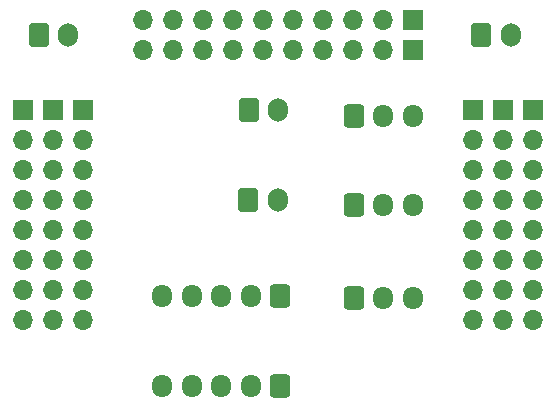
<source format=gbr>
%TF.GenerationSoftware,KiCad,Pcbnew,7.0.6*%
%TF.CreationDate,2024-01-20T12:46:22+09:00*%
%TF.ProjectId,RoboMasterHatBoard,526f626f-4d61-4737-9465-72486174426f,rev?*%
%TF.SameCoordinates,Original*%
%TF.FileFunction,Soldermask,Bot*%
%TF.FilePolarity,Negative*%
%FSLAX46Y46*%
G04 Gerber Fmt 4.6, Leading zero omitted, Abs format (unit mm)*
G04 Created by KiCad (PCBNEW 7.0.6) date 2024-01-20 12:46:22*
%MOMM*%
%LPD*%
G01*
G04 APERTURE LIST*
G04 Aperture macros list*
%AMRoundRect*
0 Rectangle with rounded corners*
0 $1 Rounding radius*
0 $2 $3 $4 $5 $6 $7 $8 $9 X,Y pos of 4 corners*
0 Add a 4 corners polygon primitive as box body*
4,1,4,$2,$3,$4,$5,$6,$7,$8,$9,$2,$3,0*
0 Add four circle primitives for the rounded corners*
1,1,$1+$1,$2,$3*
1,1,$1+$1,$4,$5*
1,1,$1+$1,$6,$7*
1,1,$1+$1,$8,$9*
0 Add four rect primitives between the rounded corners*
20,1,$1+$1,$2,$3,$4,$5,0*
20,1,$1+$1,$4,$5,$6,$7,0*
20,1,$1+$1,$6,$7,$8,$9,0*
20,1,$1+$1,$8,$9,$2,$3,0*%
G04 Aperture macros list end*
%ADD10RoundRect,0.250000X-0.600000X-0.750000X0.600000X-0.750000X0.600000X0.750000X-0.600000X0.750000X0*%
%ADD11O,1.700000X2.000000*%
%ADD12RoundRect,0.250000X-0.600000X-0.725000X0.600000X-0.725000X0.600000X0.725000X-0.600000X0.725000X0*%
%ADD13O,1.700000X1.950000*%
%ADD14RoundRect,0.250000X0.600000X0.725000X-0.600000X0.725000X-0.600000X-0.725000X0.600000X-0.725000X0*%
%ADD15R,1.700000X1.700000*%
%ADD16O,1.700000X1.700000*%
G04 APERTURE END LIST*
D10*
%TO.C,J17*%
X92750000Y-67310000D03*
D11*
X95250000Y-67310000D03*
%TD*%
D10*
%TO.C,J16*%
X130215000Y-67310000D03*
D11*
X132715000Y-67310000D03*
%TD*%
D12*
%TO.C,J14*%
X119420000Y-74168000D03*
D13*
X121920000Y-74168000D03*
X124420000Y-74168000D03*
%TD*%
D10*
%TO.C,J9*%
X110490000Y-81280000D03*
D11*
X112990000Y-81280000D03*
%TD*%
D10*
%TO.C,J10*%
X110530000Y-73660000D03*
D11*
X113030000Y-73660000D03*
%TD*%
D14*
%TO.C,J13*%
X113204000Y-97045000D03*
D13*
X110704000Y-97045000D03*
X108204000Y-97045000D03*
X105704000Y-97045000D03*
X103204000Y-97045000D03*
%TD*%
D12*
%TO.C,J11*%
X119420000Y-89645000D03*
D13*
X121920000Y-89645000D03*
X124420000Y-89645000D03*
%TD*%
D14*
%TO.C,J12*%
X113204000Y-89408000D03*
D13*
X110704000Y-89408000D03*
X108204000Y-89408000D03*
X105704000Y-89408000D03*
X103204000Y-89408000D03*
%TD*%
D12*
%TO.C,J15*%
X119420000Y-81771000D03*
D13*
X121920000Y-81771000D03*
X124420000Y-81771000D03*
%TD*%
D15*
%TO.C,J4*%
X91440000Y-73660000D03*
D16*
X91440000Y-76200000D03*
X91440000Y-78740000D03*
X91440000Y-81280000D03*
X91440000Y-83820000D03*
X91440000Y-86360000D03*
X91440000Y-88900000D03*
X91440000Y-91440000D03*
%TD*%
D15*
%TO.C,J6*%
X96520000Y-73660000D03*
D16*
X96520000Y-76200000D03*
X96520000Y-78740000D03*
X96520000Y-81280000D03*
X96520000Y-83820000D03*
X96520000Y-86360000D03*
X96520000Y-88900000D03*
X96520000Y-91440000D03*
%TD*%
D15*
%TO.C,J1*%
X129540000Y-73660000D03*
D16*
X129540000Y-76200000D03*
X129540000Y-78740000D03*
X129540000Y-81280000D03*
X129540000Y-83820000D03*
X129540000Y-86360000D03*
X129540000Y-88900000D03*
X129540000Y-91440000D03*
%TD*%
D15*
%TO.C,J2*%
X132080000Y-73660000D03*
D16*
X132080000Y-76200000D03*
X132080000Y-78740000D03*
X132080000Y-81280000D03*
X132080000Y-83820000D03*
X132080000Y-86360000D03*
X132080000Y-88900000D03*
X132080000Y-91440000D03*
%TD*%
D15*
%TO.C,J3*%
X134620000Y-73660000D03*
D16*
X134620000Y-76200000D03*
X134620000Y-78740000D03*
X134620000Y-81280000D03*
X134620000Y-83820000D03*
X134620000Y-86360000D03*
X134620000Y-88900000D03*
X134620000Y-91440000D03*
%TD*%
D15*
%TO.C,J8*%
X124460000Y-66040000D03*
D16*
X121920000Y-66040000D03*
X119380000Y-66040000D03*
X116840000Y-66040000D03*
X114300000Y-66040000D03*
X111760000Y-66040000D03*
X109220000Y-66040000D03*
X106680000Y-66040000D03*
X104140000Y-66040000D03*
X101600000Y-66040000D03*
%TD*%
D15*
%TO.C,J5*%
X93980000Y-73660000D03*
D16*
X93980000Y-76200000D03*
X93980000Y-78740000D03*
X93980000Y-81280000D03*
X93980000Y-83820000D03*
X93980000Y-86360000D03*
X93980000Y-88900000D03*
X93980000Y-91440000D03*
%TD*%
D15*
%TO.C,J7*%
X124460000Y-68580000D03*
D16*
X121920000Y-68580000D03*
X119380000Y-68580000D03*
X116840000Y-68580000D03*
X114300000Y-68580000D03*
X111760000Y-68580000D03*
X109220000Y-68580000D03*
X106680000Y-68580000D03*
X104140000Y-68580000D03*
X101600000Y-68580000D03*
%TD*%
M02*

</source>
